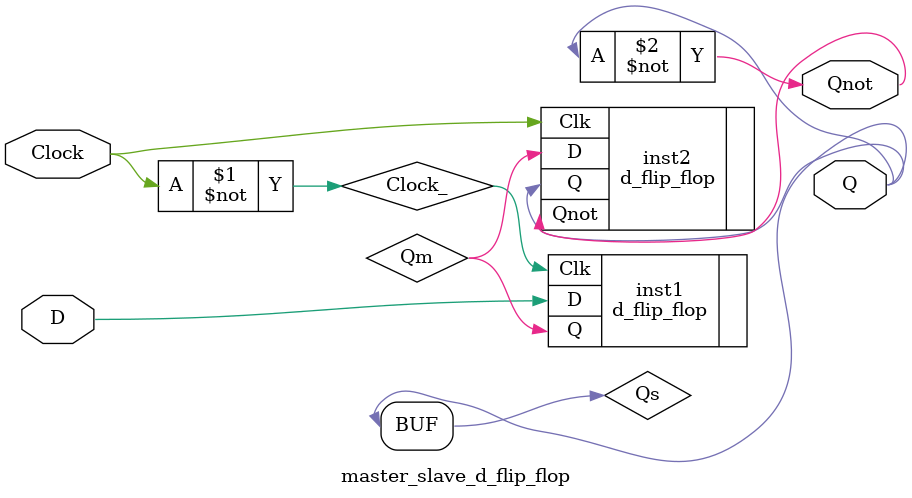
<source format=v>
module master_slave_d_flip_flop(D,Clock,Q,Qnot);
input D,Clock;
wire Qm,Qs,Clock_;
not(Clock_,Clock);
output Q,Qnot;

d_flip_flop inst1(.D(D),.Clk(Clock_),.Q(Qm));
d_flip_flop inst2(.D(Qm),.Clk(Clock),.Q(Qs),.Qnot(Qnot));

not(Qnot,Q);
assign Qs = Q;
endmodule

</source>
